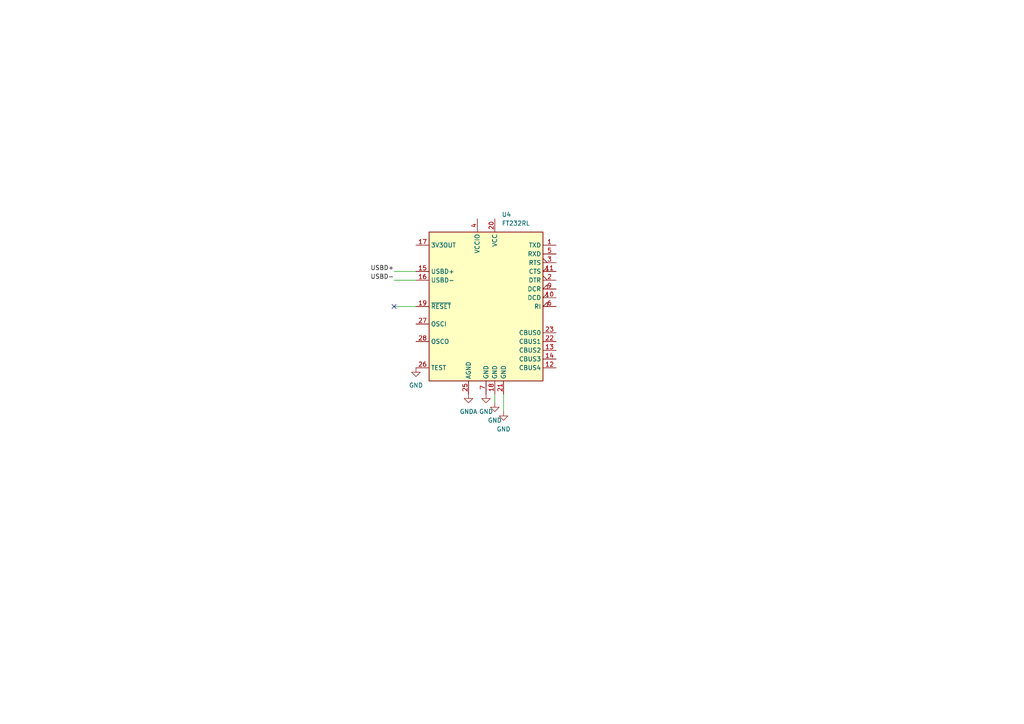
<source format=kicad_sch>
(kicad_sch (version 20231120) (generator "eeschema") (generator_version "8.0")
  (paper "A4")
  (lib_symbols
    (symbol "Interface_USB:FT232RL"
      (property "Reference" "U" (at -16.51 22.86 0))
      (property "Value" "FT232RL" (at 10.16 22.86 0))
      (symbol "FT232RL_0_1"
        (rectangle (start -16.51 21.59) (end 16.51 -21.59) (stroke (width 0.254)) (fill (type background)))
      )
      (symbol "FT232RL_1_1"
        (pin output line (at 20.32 17.78 180) (length 3.81) (name "TXD") (number "1"))
        (pin input input_low (at 20.32 2.54 180) (length 3.81) (name "DCD") (number "10"))
        (pin input input_low (at 20.32 10.16 180) (length 3.81) (name "CTS") (number "11"))
        (pin bidirectional line (at 20.32 -17.78 180) (length 3.81) (name "CBUS4") (number "12"))
        (pin bidirectional line (at 20.32 -12.7 180) (length 3.81) (name "CBUS2") (number "13"))
        (pin bidirectional line (at 20.32 -15.24 180) (length 3.81) (name "CBUS3") (number "14"))
        (pin bidirectional line (at -20.32 10.16 0) (length 3.81) (name "USBD+") (number "15"))
        (pin bidirectional line (at -20.32 7.62 0) (length 3.81) (name "USBD-") (number "16"))
        (pin power_out line (at -20.32 17.78 0) (length 3.81) (name "3V3OUT") (number "17"))
        (pin power_in line (at 2.54 -25.4 90) (length 3.81) (name "GND") (number "18"))
        (pin input line (at -20.32 0 0) (length 3.81) (name "~{RESET}") (number "19"))
        (pin output output_low (at 20.32 7.62 180) (length 3.81) (name "DTR") (number "2"))
        (pin power_in line (at 2.54 25.4 270) (length 3.81) (name "VCC") (number "20"))
        (pin power_in line (at 5.08 -25.4 90) (length 3.81) (name "GND") (number "21"))
        (pin bidirectional line (at 20.32 -10.16 180) (length 3.81) (name "CBUS1") (number "22"))
        (pin bidirectional line (at 20.32 -7.62 180) (length 3.81) (name "CBUS0") (number "23"))
        (pin power_in line (at -5.08 -25.4 90) (length 3.81) (name "AGND") (number "25"))
        (pin input line (at -20.32 -17.78 0) (length 3.81) (name "TEST") (number "26"))
        (pin input line (at -20.32 -5.08 0) (length 3.81) (name "OSCI") (number "27"))
        (pin output line (at -20.32 -10.16 0) (length 3.81) (name "OSCO") (number "28"))
        (pin output output_low (at 20.32 12.7 180) (length 3.81) (name "RTS") (number "3"))
        (pin power_in line (at -2.54 25.4 270) (length 3.81) (name "VCCIO") (number "4"))
        (pin input line (at 20.32 15.24 180) (length 3.81) (name "RXD") (number "5"))
        (pin input input_low (at 20.32 0 180) (length 3.81) (name "RI") (number "6"))
        (pin power_in line (at 0 -25.4 90) (length 3.81) (name "GND") (number "7"))
        (pin input input_low (at 20.32 5.08 180) (length 3.81) (name "DCR") (number "9"))
      )
    )
    (symbol "power:GND" (power) (pin_names (offset 0))
      (property "Value" "GND" (at 0 -3.81 0))
      (symbol "GND_0_1"
        (polyline (pts (xy 0 0) (xy 0 -1.27) (xy 1.27 -1.27) (xy 0 -2.54) (xy -1.27 -1.27) (xy 0 -1.27)))
      )
      (symbol "GND_1_1"
        (pin power_in line (at 0 0 270) (length 0) hide (name "GND") (number "1"))
      )
    )
    (symbol "power:GNDA" (power) (pin_names (offset 0))
      (property "Value" "GNDA" (at 0 -3.81 0))
      (symbol "GNDA_0_1"
        (polyline (pts (xy 0 0) (xy 0 -1.27) (xy 1.27 -1.27) (xy 0 -2.54) (xy -1.27 -1.27) (xy 0 -1.27)))
      )
      (symbol "GNDA_1_1"
        (pin power_in line (at 0 0 270) (length 0) hide (name "GNDA") (number "1"))
      )
    )
  )
  (no_connect (at 114.3 88.9))
  (wire (pts (xy 146.05 119.38) (xy 146.05 114.3)))
  (wire (pts (xy 114.3 81.28) (xy 120.65 81.28)))
  (wire (pts (xy 143.51 116.84) (xy 143.51 114.3)))
  (wire (pts (xy 114.3 78.74) (xy 120.65 78.74)))
  (wire (pts (xy 114.3 88.9) (xy 120.65 88.9)))
  (label "USBD-" (at 114.3 81.28 180))
  (label "USBD+" (at 114.3 78.74 180))
  (symbol (lib_id "power:GND") (at 120.65 106.68 0) (unit 1)
    (property "Reference" "#PWR0107" (effects (hide yes)))
    (property "Value" "GND" (at 120.65 111.76 0))
  )
  (symbol (lib_id "power:GND") (at 140.97 114.3 0) (unit 1)
    (property "Reference" "#PWR0104" (effects (hide yes)))
    (property "Value" "GND" (at 140.97 119.38 0))
  )
  (symbol (lib_id "Interface_USB:FT232RL") (at 140.97 88.9 0) (unit 1)
    (property "Reference" "U4" (at 145.5294 62.23 0) (effects (justify left)))
    (property "Value" "FT232RL" (at 145.5294 64.77 0) (effects (justify left)))
    (property "Footprint" "Package_SO:SSOP-28_5.3x10.2mm_P0.65mm" (effects (hide yes)))
    (property "Datasheet" "https://www.ftdichip.com/Support/Documents/DataSheets/ICs/DS_FT232R.pdf" (effects (hide yes)))
  )
  (symbol (lib_id "power:GNDA") (at 135.89 114.3 0) (unit 1)
    (property "Reference" "#PWR0101" (effects (hide yes)))
    (property "Value" "GNDA" (at 135.89 119.38 0))
  )
  (symbol (lib_id "power:GND") (at 146.05 119.38 0) (unit 1)
    (property "Reference" "#PWR0103" (effects (hide yes)))
    (property "Value" "GND" (at 146.05 124.46 0))
  )
  (symbol (lib_id "power:GND") (at 143.51 116.84 0) (unit 1)
    (property "Reference" "#PWR0102" (effects (hide yes)))
    (property "Value" "GND" (at 143.51 121.92 0))
  )
)
</source>
